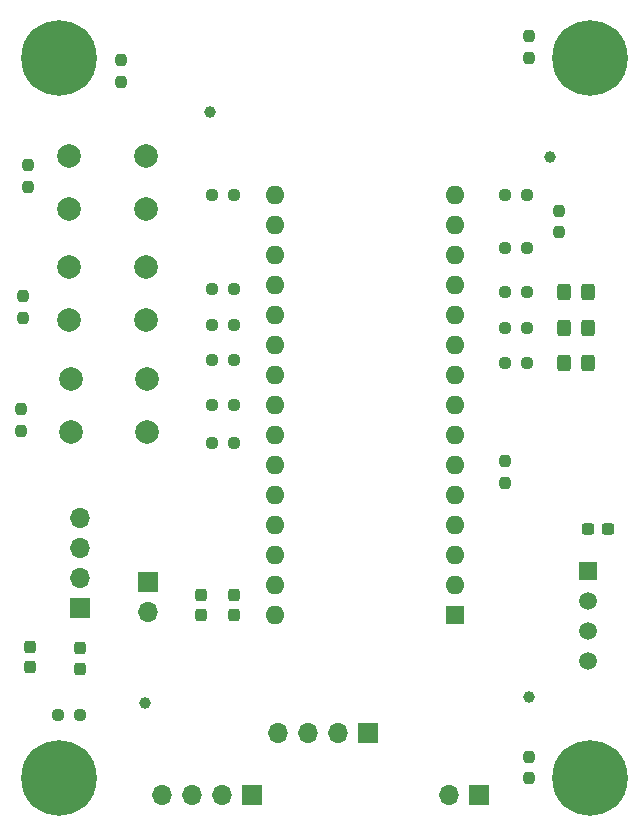
<source format=gbr>
%TF.GenerationSoftware,KiCad,Pcbnew,7.0.2-0*%
%TF.CreationDate,2025-01-08T13:47:25-05:00*%
%TF.ProjectId,plaqchek_mlb,706c6171-6368-4656-9b5f-6d6c622e6b69,rev?*%
%TF.SameCoordinates,Original*%
%TF.FileFunction,Soldermask,Top*%
%TF.FilePolarity,Negative*%
%FSLAX46Y46*%
G04 Gerber Fmt 4.6, Leading zero omitted, Abs format (unit mm)*
G04 Created by KiCad (PCBNEW 7.0.2-0) date 2025-01-08 13:47:25*
%MOMM*%
%LPD*%
G01*
G04 APERTURE LIST*
G04 Aperture macros list*
%AMRoundRect*
0 Rectangle with rounded corners*
0 $1 Rounding radius*
0 $2 $3 $4 $5 $6 $7 $8 $9 X,Y pos of 4 corners*
0 Add a 4 corners polygon primitive as box body*
4,1,4,$2,$3,$4,$5,$6,$7,$8,$9,$2,$3,0*
0 Add four circle primitives for the rounded corners*
1,1,$1+$1,$2,$3*
1,1,$1+$1,$4,$5*
1,1,$1+$1,$6,$7*
1,1,$1+$1,$8,$9*
0 Add four rect primitives between the rounded corners*
20,1,$1+$1,$2,$3,$4,$5,0*
20,1,$1+$1,$4,$5,$6,$7,0*
20,1,$1+$1,$6,$7,$8,$9,0*
20,1,$1+$1,$8,$9,$2,$3,0*%
G04 Aperture macros list end*
%ADD10C,1.000000*%
%ADD11RoundRect,0.237500X-0.250000X-0.237500X0.250000X-0.237500X0.250000X0.237500X-0.250000X0.237500X0*%
%ADD12RoundRect,0.237500X0.237500X-0.300000X0.237500X0.300000X-0.237500X0.300000X-0.237500X-0.300000X0*%
%ADD13RoundRect,0.250000X0.325000X0.450000X-0.325000X0.450000X-0.325000X-0.450000X0.325000X-0.450000X0*%
%ADD14RoundRect,0.237500X0.250000X0.237500X-0.250000X0.237500X-0.250000X-0.237500X0.250000X-0.237500X0*%
%ADD15R,1.700000X1.700000*%
%ADD16O,1.700000X1.700000*%
%ADD17C,6.400000*%
%ADD18RoundRect,0.237500X-0.237500X0.250000X-0.237500X-0.250000X0.237500X-0.250000X0.237500X0.250000X0*%
%ADD19RoundRect,0.237500X0.237500X-0.250000X0.237500X0.250000X-0.237500X0.250000X-0.237500X-0.250000X0*%
%ADD20RoundRect,0.237500X-0.237500X0.300000X-0.237500X-0.300000X0.237500X-0.300000X0.237500X0.300000X0*%
%ADD21R,1.600000X1.600000*%
%ADD22O,1.600000X1.600000*%
%ADD23R,1.500000X1.500000*%
%ADD24C,1.500000*%
%ADD25RoundRect,0.237500X-0.300000X-0.237500X0.300000X-0.237500X0.300000X0.237500X-0.300000X0.237500X0*%
%ADD26C,2.000000*%
G04 APERTURE END LIST*
D10*
%TO.C,TP4*%
X158500000Y-116000000D03*
%TD*%
D11*
%TO.C,R17*%
X151175000Y-117000000D03*
X153000000Y-117000000D03*
%TD*%
%TO.C,R1*%
X189000000Y-77500000D03*
X190825000Y-77500000D03*
%TD*%
D12*
%TO.C,C5*%
X163250000Y-108600000D03*
X163250000Y-106875000D03*
%TD*%
D13*
%TO.C,D3*%
X196050000Y-87250000D03*
X194000000Y-87250000D03*
%TD*%
D14*
%TO.C,R5*%
X166000000Y-84000000D03*
X164175000Y-84000000D03*
%TD*%
D12*
%TO.C,C3*%
X148800000Y-113000000D03*
X148800000Y-111275000D03*
%TD*%
D15*
%TO.C,J3*%
X186800000Y-123800000D03*
D16*
X184260000Y-123800000D03*
%TD*%
D12*
%TO.C,C4*%
X166000000Y-108600000D03*
X166000000Y-106875000D03*
%TD*%
D15*
%TO.C,JP1*%
X158750000Y-105750000D03*
D16*
X158750000Y-108290000D03*
%TD*%
D14*
%TO.C,R6*%
X166000000Y-87000000D03*
X164175000Y-87000000D03*
%TD*%
D17*
%TO.C,H4*%
X151200000Y-122400000D03*
%TD*%
D18*
%TO.C,R33*%
X148600000Y-70487500D03*
X148600000Y-72312500D03*
%TD*%
D19*
%TO.C,R16*%
X191000000Y-61412500D03*
X191000000Y-59587500D03*
%TD*%
D14*
%TO.C,R11*%
X190825000Y-84250000D03*
X189000000Y-84250000D03*
%TD*%
D13*
%TO.C,D2*%
X196050000Y-84250000D03*
X194000000Y-84250000D03*
%TD*%
D20*
%TO.C,C1*%
X153000000Y-111400000D03*
X153000000Y-113125000D03*
%TD*%
D14*
%TO.C,R3*%
X166000000Y-73000000D03*
X164175000Y-73000000D03*
%TD*%
D15*
%TO.C,J5*%
X153000000Y-108000000D03*
D16*
X153000000Y-105460000D03*
X153000000Y-102920000D03*
X153000000Y-100380000D03*
%TD*%
D11*
%TO.C,R2*%
X189000000Y-73000000D03*
X190825000Y-73000000D03*
%TD*%
D17*
%TO.C,H3*%
X196200000Y-61400000D03*
%TD*%
%TO.C,H1*%
X196200000Y-122400000D03*
%TD*%
D18*
%TO.C,R15*%
X156500000Y-61587500D03*
X156500000Y-63412500D03*
%TD*%
D15*
%TO.C,J1*%
X167600000Y-123800000D03*
D16*
X165060000Y-123800000D03*
X162520000Y-123800000D03*
X159980000Y-123800000D03*
%TD*%
D19*
%TO.C,R14*%
X191000000Y-122412500D03*
X191000000Y-120587500D03*
%TD*%
D10*
%TO.C,TP1*%
X191000000Y-115500000D03*
%TD*%
D19*
%TO.C,R8*%
X189000000Y-97400000D03*
X189000000Y-95575000D03*
%TD*%
D17*
%TO.C,H2*%
X151200000Y-61400000D03*
%TD*%
D14*
%TO.C,R12*%
X190825000Y-87250000D03*
X189000000Y-87250000D03*
%TD*%
D19*
%TO.C,R10*%
X193587500Y-76162500D03*
X193587500Y-74337500D03*
%TD*%
D10*
%TO.C,TP2*%
X192800000Y-69800000D03*
%TD*%
D14*
%TO.C,R31*%
X166000000Y-94000000D03*
X164175000Y-94000000D03*
%TD*%
D10*
%TO.C,TP3*%
X164000000Y-66000000D03*
%TD*%
D14*
%TO.C,R7*%
X166000000Y-90800000D03*
X164175000Y-90800000D03*
%TD*%
D21*
%TO.C,A1*%
X184740000Y-108560000D03*
D22*
X184740000Y-106020000D03*
X184740000Y-103480000D03*
X184740000Y-100940000D03*
X184740000Y-98400000D03*
X184740000Y-95860000D03*
X184740000Y-93320000D03*
X184740000Y-90780000D03*
X184740000Y-88240000D03*
X184740000Y-85700000D03*
X184740000Y-83160000D03*
X184740000Y-80620000D03*
X184740000Y-78080000D03*
X184740000Y-75540000D03*
X184740000Y-73000000D03*
X169500000Y-73000000D03*
X169500000Y-75540000D03*
X169500000Y-78080000D03*
X169500000Y-80620000D03*
X169500000Y-83160000D03*
X169500000Y-85700000D03*
X169500000Y-88240000D03*
X169500000Y-90780000D03*
X169500000Y-93320000D03*
X169500000Y-95860000D03*
X169500000Y-98400000D03*
X169500000Y-100940000D03*
X169500000Y-103480000D03*
X169500000Y-106020000D03*
X169500000Y-108560000D03*
%TD*%
D23*
%TO.C,U1*%
X196000000Y-104880000D03*
D24*
X196000000Y-107420000D03*
X196000000Y-109960000D03*
X196000000Y-112500000D03*
%TD*%
D14*
%TO.C,R4*%
X166000000Y-81000000D03*
X164175000Y-81000000D03*
%TD*%
D25*
%TO.C,C2*%
X196000000Y-101280000D03*
X197725000Y-101280000D03*
%TD*%
D13*
%TO.C,D1*%
X196050000Y-81250000D03*
X194000000Y-81250000D03*
%TD*%
D19*
%TO.C,R34*%
X148200000Y-83425000D03*
X148200000Y-81600000D03*
%TD*%
%TO.C,R13*%
X148000000Y-93000000D03*
X148000000Y-91175000D03*
%TD*%
D14*
%TO.C,R9*%
X190825000Y-81250000D03*
X189000000Y-81250000D03*
%TD*%
D26*
%TO.C,SW3*%
X158600000Y-79100000D03*
X152100000Y-79100000D03*
X158600000Y-83600000D03*
X152100000Y-83600000D03*
%TD*%
D15*
%TO.C,J2*%
X177400000Y-118600000D03*
D16*
X174860000Y-118600000D03*
X172320000Y-118600000D03*
X169780000Y-118600000D03*
%TD*%
D26*
%TO.C,SW2*%
X158600000Y-69700000D03*
X152100000Y-69700000D03*
X158600000Y-74200000D03*
X152100000Y-74200000D03*
%TD*%
%TO.C,SW1*%
X152200000Y-93100000D03*
X158700000Y-93100000D03*
X152200000Y-88600000D03*
X158700000Y-88600000D03*
%TD*%
M02*

</source>
